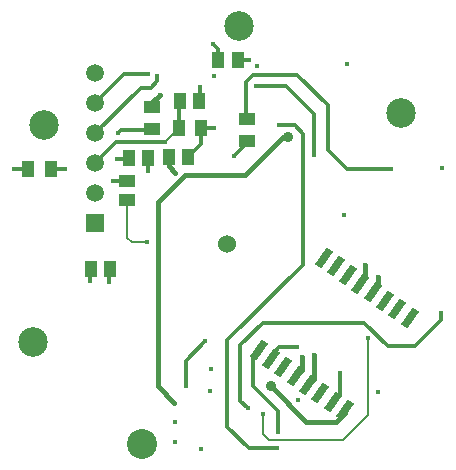
<source format=gbl>
G04 Layer_Physical_Order=4*
G04 Layer_Color=16711680*
%FSLAX25Y25*%
%MOIN*%
G70*
G01*
G75*
%ADD10R,0.04331X0.05787*%
%ADD15R,0.04000X0.05500*%
%ADD18R,0.05787X0.04331*%
%ADD21R,0.05500X0.04000*%
%ADD28C,0.01181*%
%ADD29C,0.00787*%
%ADD30C,0.01575*%
%ADD32C,0.09843*%
%ADD33C,0.10000*%
%ADD34C,0.06000*%
%ADD35C,0.05906*%
%ADD36R,0.05906X0.05906*%
%ADD37C,0.01772*%
%ADD38C,0.03543*%
G04:AMPARAMS|DCode=48|XSize=68.9mil|YSize=25.59mil|CornerRadius=0mil|HoleSize=0mil|Usage=FLASHONLY|Rotation=55.000|XOffset=0mil|YOffset=0mil|HoleType=Round|Shape=Rectangle|*
%AMROTATEDRECTD48*
4,1,4,-0.00928,-0.03556,-0.03024,-0.02088,0.00928,0.03556,0.03024,0.02088,-0.00928,-0.03556,0.0*
%
%ADD48ROTATEDRECTD48*%

D10*
X-9276Y47449D02*
D03*
X-15654D02*
D03*
X3421Y61130D02*
D03*
X-2957D02*
D03*
X-19465Y28831D02*
D03*
X-13087D02*
D03*
X-32850Y28634D02*
D03*
X-26472D02*
D03*
X-45547Y-8374D02*
D03*
X-39169D02*
D03*
D15*
X-8702Y38484D02*
D03*
X-16102D02*
D03*
X-66298Y24803D02*
D03*
X-58898D02*
D03*
D18*
X-33374Y20744D02*
D03*
Y14366D02*
D03*
D21*
X-25000Y45432D02*
D03*
Y38032D02*
D03*
X6693Y34095D02*
D03*
Y41495D02*
D03*
D28*
X-26476Y24016D02*
X-26472Y24020D01*
Y28634D01*
X-45866Y-12500D02*
Y-7807D01*
X-43996Y46890D02*
X-34390Y56496D01*
X-26476D01*
X-43996Y36890D02*
X-28917Y51968D01*
X-25591D01*
X-23327Y54232D01*
Y55906D01*
X-36516Y36909D02*
X-35537Y37888D01*
X-25144D01*
X-16102Y38484D02*
Y47001D01*
X-15654Y47449D01*
X-9154Y47571D02*
Y52165D01*
X-9276Y47449D02*
X-9154Y47571D01*
X-8603Y38583D02*
X-4331D01*
X-8702Y38484D02*
X-8603Y38583D01*
X3528Y61024D02*
X7087D01*
X3421Y61130D02*
X3528Y61024D01*
X-43996Y26890D02*
X-37028Y33858D01*
X-20669D01*
X-39370Y-12992D02*
Y-8575D01*
X-39169Y-8374D01*
X-13780Y-47539D02*
Y-39075D01*
X-7283Y-32579D01*
X19685Y52362D02*
X28740Y43307D01*
Y29528D02*
Y43307D01*
X9449Y52362D02*
X19685D01*
X8661Y-37404D02*
X10503Y-35562D01*
X8661Y-47638D02*
Y-37404D01*
Y-47638D02*
X16929Y-55906D01*
X17323Y39370D02*
X22441D01*
X25197Y36614D01*
X7087Y-68110D02*
X16535D01*
X0Y-61024D02*
X7087Y-68110D01*
X0Y-61024D02*
Y-32283D01*
X25197Y-7087D01*
Y36614D01*
X4331Y-52362D02*
X6890Y-54921D01*
X4331Y-52362D02*
Y-33858D01*
X11811Y-26378D01*
X45669D01*
X53543Y-34252D01*
X62598D01*
X71260Y-25591D01*
Y-23228D01*
X2362Y29134D02*
X6693Y33465D01*
Y34095D01*
X14599Y-38430D02*
Y-37369D01*
X17323Y-34646D01*
X23228D01*
X35078Y-52770D02*
X37402Y-50446D01*
Y-43307D01*
X6693Y41495D02*
Y42126D01*
X6299Y42520D02*
X6693Y42126D01*
X6299Y42520D02*
Y53937D01*
X8661Y56299D01*
X23228D01*
X33465Y46063D01*
Y31102D02*
Y46063D01*
Y31102D02*
X39764Y24803D01*
X54724D01*
X-58898D02*
X-53937D01*
X-58898Y24803D02*
X-58898Y24803D01*
X-71260D02*
X-66298D01*
X-66298Y24803D01*
X16929Y-62992D02*
Y-55906D01*
X-2957Y61130D02*
Y64768D01*
X-4724Y66535D02*
X-2957Y64768D01*
X-13087Y28831D02*
X-8702Y33216D01*
Y38484D01*
X-36614Y28248D02*
X-33236D01*
X-32850Y28634D01*
X-37992Y20965D02*
X-33595D01*
X-33374Y20744D01*
D29*
X-20669Y33858D02*
Y33917D01*
X-16102Y38484D01*
X-31890Y394D02*
X-26772D01*
X-33374Y1878D02*
X-31890Y394D01*
X-33374Y1878D02*
Y14366D01*
X11811Y-63386D02*
Y-56693D01*
Y-63386D02*
X13780Y-65354D01*
X38583D01*
X46850Y-57087D01*
Y-31496D01*
D30*
X-23228Y-47539D02*
X-17717Y-53051D01*
X5906Y22835D02*
X18504Y35433D01*
X20079D01*
X22791Y-44166D02*
X24803Y-42154D01*
Y-37795D01*
X26887Y-47034D02*
X28740Y-45180D01*
Y-37008D01*
X48452Y-16235D02*
X50394Y-14293D01*
Y-11024D01*
X44356Y-13367D02*
X46063Y-11661D01*
Y-7087D01*
X14567Y-47638D02*
X26378Y-59449D01*
X37402Y-57410D02*
X39174Y-55638D01*
Y-56495D02*
Y-55638D01*
X36220Y-59449D02*
X39174Y-56495D01*
X26378Y-59449D02*
X36220D01*
X-25000Y45432D02*
Y47047D01*
X-22441Y49606D01*
X-23228Y-47539D02*
Y13780D01*
X-14173Y22835D01*
X5906D01*
X-19465Y25764D02*
Y28831D01*
Y25764D02*
X-17323Y23622D01*
D32*
X3796Y72431D02*
D03*
X-64625Y-32928D02*
D03*
X57926Y43650D02*
D03*
X-61024Y39370D02*
D03*
D33*
X-28340Y-66765D02*
D03*
D34*
X0Y0D02*
D03*
D35*
X-43996Y56890D02*
D03*
Y46890D02*
D03*
Y36890D02*
D03*
Y26890D02*
D03*
Y16890D02*
D03*
D36*
Y6890D02*
D03*
D37*
X-26772Y394D02*
D03*
X-39370Y-12992D02*
D03*
X-4724Y66535D02*
D03*
X7087Y61024D02*
D03*
X-37992Y20965D02*
D03*
X-36614Y28248D02*
D03*
X-20669Y33858D02*
D03*
X-4331Y38583D02*
D03*
X-26476Y24016D02*
D03*
X17323Y39370D02*
D03*
X16535Y-68110D02*
D03*
X-4331Y55905D02*
D03*
X-23327Y55906D02*
D03*
X-26476Y56496D02*
D03*
X-36516Y36909D02*
D03*
X-9154Y52165D02*
D03*
X-22441Y49606D02*
D03*
X16929Y-62992D02*
D03*
X37402Y-43307D02*
D03*
X24803Y-37795D02*
D03*
X28740Y-37008D02*
D03*
X23228Y-34646D02*
D03*
X-13780Y-47539D02*
D03*
X-17520Y-66142D02*
D03*
Y-59547D02*
D03*
X6890Y-54921D02*
D03*
X-7283Y-32579D02*
D03*
X23720Y-52067D02*
D03*
X-45866Y-12500D02*
D03*
X9843Y59055D02*
D03*
X-5610Y-49213D02*
D03*
X-5512Y-41831D02*
D03*
X-8760Y-68504D02*
D03*
X-53937Y24803D02*
D03*
X38780Y9449D02*
D03*
X28740Y29528D02*
D03*
X9449Y52362D02*
D03*
X-17717Y-53051D02*
D03*
X71260Y-23228D02*
D03*
X50394Y-49606D02*
D03*
X2362Y29134D02*
D03*
X39764Y59842D02*
D03*
X50394Y-11024D02*
D03*
X46063Y-7087D02*
D03*
X71653Y25197D02*
D03*
X54724Y24803D02*
D03*
X-71260D02*
D03*
X11811Y-56693D02*
D03*
X46850Y-31496D02*
D03*
X-17323Y23622D02*
D03*
D38*
X20079Y35433D02*
D03*
X14567Y-47638D02*
D03*
D48*
X39174Y-55638D02*
D03*
X35078Y-52770D02*
D03*
X30982Y-49902D02*
D03*
X26887Y-47034D02*
D03*
X22791Y-44166D02*
D03*
X18695Y-41298D02*
D03*
X14599Y-38430D02*
D03*
X10503Y-35562D02*
D03*
X32069Y-4764D02*
D03*
X36165Y-7632D02*
D03*
X40261Y-10499D02*
D03*
X44356Y-13367D02*
D03*
X48452Y-16235D02*
D03*
X52548Y-19103D02*
D03*
X56644Y-21971D02*
D03*
X60739Y-24839D02*
D03*
M02*

</source>
